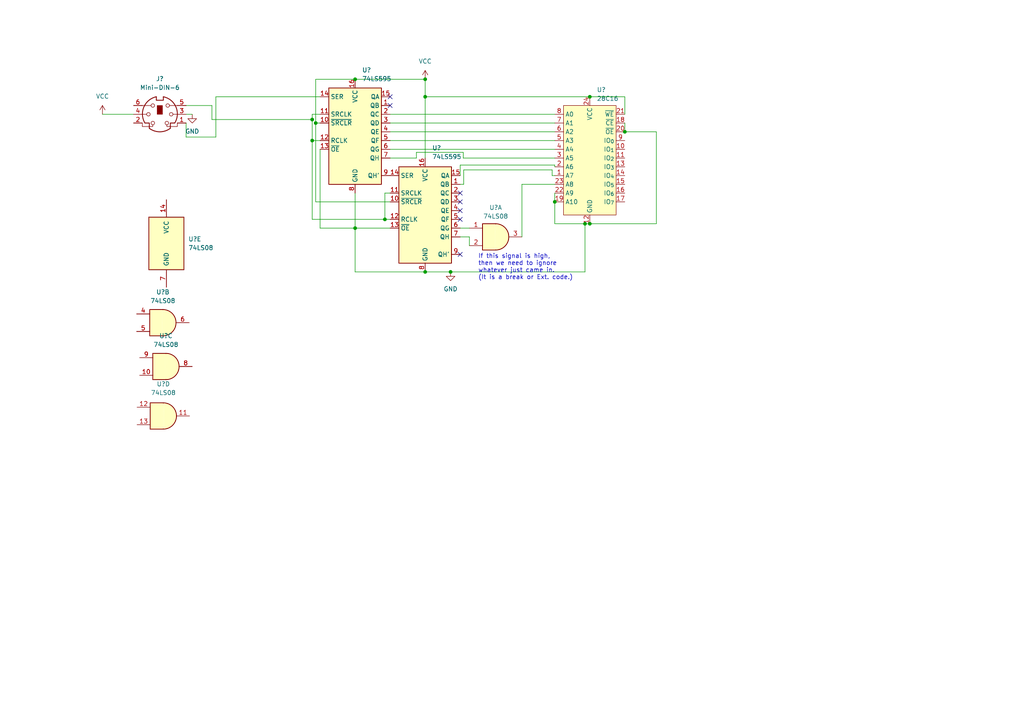
<source format=kicad_sch>
(kicad_sch (version 20211123) (generator eeschema)
  (paper "A4")
  (lib_symbols
    (symbol "74xx:74LS08" (pin_names (offset 1.016))
      (property "Reference" "U" (at 0 1.27 0))
      (property "Value" "74LS08" (at 0 -1.27 0))
      (symbol "74LS08_1_1"
        (arc (start 0 -3.81) (mid 3.81 0) (end 0 3.81) (stroke (width 0.254)) (fill (type background)))
        (polyline (pts (xy 0 3.81) (xy -3.81 3.81) (xy -3.81 -3.81) (xy 0 -3.81)) (stroke (width 0.254)) (fill (type background)))
        (pin input line (at -7.62 2.54 0) (length 3.81) (name "~") (number "1"))
        (pin input line (at -7.62 -2.54 0) (length 3.81) (name "~") (number "2"))
        (pin output line (at 7.62 0 180) (length 3.81) (name "~") (number "3"))
      )
      (symbol "74LS08_1_2"
        (arc (start -3.81 -3.81) (mid -2.589 0) (end -3.81 3.81) (stroke (width 0.254)))
        (arc (start -0.6096 -3.81) (mid 2.1855 -2.584) (end 3.81 0) (stroke (width 0.254)) (fill (type background)))
        (polyline (pts (xy -3.81 -3.81) (xy -0.635 -3.81)) (stroke (width 0.254)) (fill (type background)))
        (polyline (pts (xy -3.81 3.81) (xy -0.635 3.81)) (stroke (width 0.254)) (fill (type background)))
        (polyline (pts (xy -0.635 3.81) (xy -3.81 3.81) (xy -3.81 3.81) (xy -3.556 3.4036) (xy -3.0226 2.2606) (xy -2.6924 1.0414) (xy -2.6162 -0.254) (xy -2.7686 -1.4986) (xy -3.175 -2.7178) (xy -3.81 -3.81) (xy -3.81 -3.81) (xy -0.635 -3.81)) (stroke (width -25.4)) (fill (type background)))
        (arc (start 3.81 0) (mid 2.1928 2.5925) (end -0.6096 3.81) (stroke (width 0.254)) (fill (type background)))
        (pin input inverted (at -7.62 2.54 0) (length 4.318) (name "~") (number "1"))
        (pin input inverted (at -7.62 -2.54 0) (length 4.318) (name "~") (number "2"))
        (pin output inverted (at 7.62 0 180) (length 3.81) (name "~") (number "3"))
      )
      (symbol "74LS08_2_1"
        (arc (start 0 -3.81) (mid 3.81 0) (end 0 3.81) (stroke (width 0.254)) (fill (type background)))
        (polyline (pts (xy 0 3.81) (xy -3.81 3.81) (xy -3.81 -3.81) (xy 0 -3.81)) (stroke (width 0.254)) (fill (type background)))
        (pin input line (at -7.62 2.54 0) (length 3.81) (name "~") (number "4"))
        (pin input line (at -7.62 -2.54 0) (length 3.81) (name "~") (number "5"))
        (pin output line (at 7.62 0 180) (length 3.81) (name "~") (number "6"))
      )
      (symbol "74LS08_2_2"
        (arc (start -3.81 -3.81) (mid -2.589 0) (end -3.81 3.81) (stroke (width 0.254)))
        (arc (start -0.6096 -3.81) (mid 2.1855 -2.584) (end 3.81 0) (stroke (width 0.254)) (fill (type background)))
        (polyline (pts (xy -3.81 -3.81) (xy -0.635 -3.81)) (stroke (width 0.254)) (fill (type background)))
        (polyline (pts (xy -3.81 3.81) (xy -0.635 3.81)) (stroke (width 0.254)) (fill (type background)))
        (polyline (pts (xy -0.635 3.81) (xy -3.81 3.81) (xy -3.81 3.81) (xy -3.556 3.4036) (xy -3.0226 2.2606) (xy -2.6924 1.0414) (xy -2.6162 -0.254) (xy -2.7686 -1.4986) (xy -3.175 -2.7178) (xy -3.81 -3.81) (xy -3.81 -3.81) (xy -0.635 -3.81)) (stroke (width -25.4)) (fill (type background)))
        (arc (start 3.81 0) (mid 2.1928 2.5925) (end -0.6096 3.81) (stroke (width 0.254)) (fill (type background)))
        (pin input inverted (at -7.62 2.54 0) (length 4.318) (name "~") (number "4"))
        (pin input inverted (at -7.62 -2.54 0) (length 4.318) (name "~") (number "5"))
        (pin output inverted (at 7.62 0 180) (length 3.81) (name "~") (number "6"))
      )
      (symbol "74LS08_3_1"
        (arc (start 0 -3.81) (mid 3.81 0) (end 0 3.81) (stroke (width 0.254)) (fill (type background)))
        (polyline (pts (xy 0 3.81) (xy -3.81 3.81) (xy -3.81 -3.81) (xy 0 -3.81)) (stroke (width 0.254)) (fill (type background)))
        (pin input line (at -7.62 -2.54 0) (length 3.81) (name "~") (number "10"))
        (pin output line (at 7.62 0 180) (length 3.81) (name "~") (number "8"))
        (pin input line (at -7.62 2.54 0) (length 3.81) (name "~") (number "9"))
      )
      (symbol "74LS08_3_2"
        (arc (start -3.81 -3.81) (mid -2.589 0) (end -3.81 3.81) (stroke (width 0.254)))
        (arc (start -0.6096 -3.81) (mid 2.1855 -2.584) (end 3.81 0) (stroke (width 0.254)) (fill (type background)))
        (polyline (pts (xy -3.81 -3.81) (xy -0.635 -3.81)) (stroke (width 0.254)) (fill (type background)))
        (polyline (pts (xy -3.81 3.81) (xy -0.635 3.81)) (stroke (width 0.254)) (fill (type background)))
        (polyline (pts (xy -0.635 3.81) (xy -3.81 3.81) (xy -3.81 3.81) (xy -3.556 3.4036) (xy -3.0226 2.2606) (xy -2.6924 1.0414) (xy -2.6162 -0.254) (xy -2.7686 -1.4986) (xy -3.175 -2.7178) (xy -3.81 -3.81) (xy -3.81 -3.81) (xy -0.635 -3.81)) (stroke (width -25.4)) (fill (type background)))
        (arc (start 3.81 0) (mid 2.1928 2.5925) (end -0.6096 3.81) (stroke (width 0.254)) (fill (type background)))
        (pin input inverted (at -7.62 -2.54 0) (length 4.318) (name "~") (number "10"))
        (pin output inverted (at 7.62 0 180) (length 3.81) (name "~") (number "8"))
        (pin input inverted (at -7.62 2.54 0) (length 4.318) (name "~") (number "9"))
      )
      (symbol "74LS08_4_1"
        (arc (start 0 -3.81) (mid 3.81 0) (end 0 3.81) (stroke (width 0.254)) (fill (type background)))
        (polyline (pts (xy 0 3.81) (xy -3.81 3.81) (xy -3.81 -3.81) (xy 0 -3.81)) (stroke (width 0.254)) (fill (type background)))
        (pin output line (at 7.62 0 180) (length 3.81) (name "~") (number "11"))
        (pin input line (at -7.62 2.54 0) (length 3.81) (name "~") (number "12"))
        (pin input line (at -7.62 -2.54 0) (length 3.81) (name "~") (number "13"))
      )
      (symbol "74LS08_4_2"
        (arc (start -3.81 -3.81) (mid -2.589 0) (end -3.81 3.81) (stroke (width 0.254)))
        (arc (start -0.6096 -3.81) (mid 2.1855 -2.584) (end 3.81 0) (stroke (width 0.254)) (fill (type background)))
        (polyline (pts (xy -3.81 -3.81) (xy -0.635 -3.81)) (stroke (width 0.254)) (fill (type background)))
        (polyline (pts (xy -3.81 3.81) (xy -0.635 3.81)) (stroke (width 0.254)) (fill (type background)))
        (polyline (pts (xy -0.635 3.81) (xy -3.81 3.81) (xy -3.81 3.81) (xy -3.556 3.4036) (xy -3.0226 2.2606) (xy -2.6924 1.0414) (xy -2.6162 -0.254) (xy -2.7686 -1.4986) (xy -3.175 -2.7178) (xy -3.81 -3.81) (xy -3.81 -3.81) (xy -0.635 -3.81)) (stroke (width -25.4)) (fill (type background)))
        (arc (start 3.81 0) (mid 2.1928 2.5925) (end -0.6096 3.81) (stroke (width 0.254)) (fill (type background)))
        (pin output inverted (at 7.62 0 180) (length 3.81) (name "~") (number "11"))
        (pin input inverted (at -7.62 2.54 0) (length 4.318) (name "~") (number "12"))
        (pin input inverted (at -7.62 -2.54 0) (length 4.318) (name "~") (number "13"))
      )
      (symbol "74LS08_5_0"
        (pin power_in line (at 0 12.7 270) (length 5.08) (name "VCC") (number "14"))
        (pin power_in line (at 0 -12.7 90) (length 5.08) (name "GND") (number "7"))
      )
      (symbol "74LS08_5_1"
        (rectangle (start -5.08 7.62) (end 5.08 -7.62) (stroke (width 0.254)) (fill (type background)))
      )
    )
    (symbol "74xx:74LS595"
      (property "Reference" "U" (at -7.62 13.97 0))
      (property "Value" "74LS595" (at -7.62 -16.51 0))
      (symbol "74LS595_1_0"
        (pin tri_state line (at 10.16 7.62 180) (length 2.54) (name "QB") (number "1"))
        (pin input line (at -10.16 2.54 0) (length 2.54) (name "~{SRCLR}") (number "10"))
        (pin input line (at -10.16 5.08 0) (length 2.54) (name "SRCLK") (number "11"))
        (pin input line (at -10.16 -2.54 0) (length 2.54) (name "RCLK") (number "12"))
        (pin input line (at -10.16 -5.08 0) (length 2.54) (name "~{OE}") (number "13"))
        (pin input line (at -10.16 10.16 0) (length 2.54) (name "SER") (number "14"))
        (pin tri_state line (at 10.16 10.16 180) (length 2.54) (name "QA") (number "15"))
        (pin power_in line (at 0 15.24 270) (length 2.54) (name "VCC") (number "16"))
        (pin tri_state line (at 10.16 5.08 180) (length 2.54) (name "QC") (number "2"))
        (pin tri_state line (at 10.16 2.54 180) (length 2.54) (name "QD") (number "3"))
        (pin tri_state line (at 10.16 0 180) (length 2.54) (name "QE") (number "4"))
        (pin tri_state line (at 10.16 -2.54 180) (length 2.54) (name "QF") (number "5"))
        (pin tri_state line (at 10.16 -5.08 180) (length 2.54) (name "QG") (number "6"))
        (pin tri_state line (at 10.16 -7.62 180) (length 2.54) (name "QH") (number "7"))
        (pin power_in line (at 0 -17.78 90) (length 2.54) (name "GND") (number "8"))
        (pin output line (at 10.16 -12.7 180) (length 2.54) (name "QH'") (number "9"))
      )
      (symbol "74LS595_1_1"
        (rectangle (start -7.62 12.7) (end 7.62 -15.24) (stroke (width 0.254)) (fill (type background)))
      )
    )
    (symbol "Connector:Mini-DIN-6" (pin_names (offset 1.016))
      (property "Reference" "J" (at 0 6.35 0))
      (property "Value" "Mini-DIN-6" (at 0 -6.35 0))
      (symbol "Mini-DIN-6_0_1"
        (circle (center -3.302 0) (radius 0.508))
        (arc (start -3.048 -4.064) (mid 0 -5.08) (end 3.048 -4.064) (stroke (width 0.254)))
        (circle (center -2.032 -2.54) (radius 0.508))
        (circle (center -2.032 2.54) (radius 0.508))
        (arc (start -1.016 5.08) (mid -4.6243 2.1182) (end -4.318 -2.54) (stroke (width 0.254)))
        (rectangle (start -0.762 2.54) (end 0.762 0) (fill (type outline)))
        (polyline (pts (xy -3.81 0) (xy -5.08 0)))
        (polyline (pts (xy -2.54 2.54) (xy -5.08 2.54)))
        (polyline (pts (xy 2.794 2.54) (xy 5.08 2.54)))
        (polyline (pts (xy 5.08 0) (xy 3.81 0)))
        (polyline (pts (xy -4.318 -2.54) (xy -3.048 -2.54) (xy -3.048 -4.064)) (stroke (width 0.254)))
        (polyline (pts (xy 4.318 -2.54) (xy 3.048 -2.54) (xy 3.048 -4.064)) (stroke (width 0.254)))
        (polyline (pts (xy -2.032 -3.048) (xy -2.032 -3.556) (xy -5.08 -3.556) (xy -5.08 -2.54)))
        (polyline (pts (xy -1.016 5.08) (xy -1.016 4.064) (xy 1.016 4.064) (xy 1.016 5.08)) (stroke (width 0.254)))
        (polyline (pts (xy 2.032 -3.048) (xy 2.032 -3.556) (xy 5.08 -3.556) (xy 5.08 -2.54)))
        (circle (center 2.032 -2.54) (radius 0.508))
        (circle (center 2.286 2.54) (radius 0.508))
        (circle (center 3.302 0) (radius 0.508))
        (arc (start 4.318 -2.54) (mid 4.6646 2.1357) (end 1.016 5.08) (stroke (width 0.254)))
      )
      (symbol "Mini-DIN-6_1_1"
        (pin passive line (at 7.62 -2.54 180) (length 2.54) (name "~") (number "1"))
        (pin passive line (at -7.62 -2.54 0) (length 2.54) (name "~") (number "2"))
        (pin passive line (at 7.62 0 180) (length 2.54) (name "~") (number "3"))
        (pin passive line (at -7.62 0 0) (length 2.54) (name "~") (number "4"))
        (pin passive line (at 7.62 2.54 180) (length 2.54) (name "~") (number "5"))
        (pin passive line (at -7.62 2.54 0) (length 2.54) (name "~") (number "6"))
      )
    )
    (symbol "Memory_EPROM:28C16"
      (property "Reference" "U" (at 0 -11.43 0))
      (property "Value" "28C16" (at 0 -7.62 0))
      (symbol "28C16_0_1"
        (rectangle (start -7.62 -1.27) (end 7.62 -33.02) (fill (type background)))
      )
      (symbol "28C16_1_1"
        (pin input line (at -10.16 -21.59 0) (length 2.54) (name "A7") (number "1"))
        (pin bidirectional line (at 10.16 -13.97 180) (length 2.54) (name "IO_{1}") (number "10"))
        (pin bidirectional line (at 10.16 -16.51 180) (length 2.54) (name "IO_{2}") (number "11"))
        (pin power_in line (at 0 -35.56 90) (length 2.54) (name "GND") (number "12"))
        (pin bidirectional line (at 10.16 -19.05 180) (length 2.54) (name "IO_{3}") (number "13"))
        (pin bidirectional line (at 10.16 -21.59 180) (length 2.54) (name "IO_{4}") (number "14"))
        (pin bidirectional line (at 10.16 -24.13 180) (length 2.54) (name "IO_{5}") (number "15"))
        (pin bidirectional line (at 10.16 -26.67 180) (length 2.54) (name "IO_{6}") (number "16"))
        (pin bidirectional line (at 10.16 -29.21 180) (length 2.54) (name "IO_{7}") (number "17"))
        (pin input line (at 10.16 -6.35 180) (length 2.54) (name "~{CE}") (number "18"))
        (pin input line (at -10.16 -29.21 0) (length 2.54) (name "A10") (number "19"))
        (pin input line (at -10.16 -19.05 0) (length 2.54) (name "A6") (number "2"))
        (pin input line (at 10.16 -8.89 180) (length 2.54) (name "~{OE}") (number "20"))
        (pin input line (at 10.16 -3.81 180) (length 2.54) (name "~{WE}") (number "21"))
        (pin input line (at -10.16 -26.67 0) (length 2.54) (name "A9") (number "22"))
        (pin input line (at -10.16 -24.13 0) (length 2.54) (name "A8") (number "23"))
        (pin power_in line (at 0 1.27 270) (length 2.54) (name "VCC") (number "24"))
        (pin input line (at -10.16 -16.51 0) (length 2.54) (name "A5") (number "3"))
        (pin input line (at -10.16 -13.97 0) (length 2.54) (name "A4") (number "4"))
        (pin input line (at -10.16 -11.43 0) (length 2.54) (name "A3") (number "5"))
        (pin input line (at -10.16 -8.89 0) (length 2.54) (name "A2") (number "6"))
        (pin input line (at -10.16 -6.35 0) (length 2.54) (name "A1") (number "7"))
        (pin input line (at -10.16 -3.81 0) (length 2.54) (name "A0") (number "8"))
        (pin bidirectional line (at 10.16 -11.43 180) (length 2.54) (name "IO_{0}") (number "9"))
      )
    )
    (symbol "power:GND" (power) (pin_names (offset 0))
      (property "Value" "GND" (at 0 -3.81 0))
      (symbol "GND_0_1"
        (polyline (pts (xy 0 0) (xy 0 -1.27) (xy 1.27 -1.27) (xy 0 -2.54) (xy -1.27 -1.27) (xy 0 -1.27)))
      )
      (symbol "GND_1_1"
        (pin power_in line (at 0 0 270) (length 0) hide (name "GND") (number "1"))
      )
    )
    (symbol "power:VCC" (power) (pin_names (offset 0))
      (property "Value" "VCC" (at 0 3.81 0))
      (symbol "VCC_0_1"
        (polyline (pts (xy -0.762 1.27) (xy 0 2.54)))
        (polyline (pts (xy 0 0) (xy 0 2.54)))
        (polyline (pts (xy 0 2.54) (xy 0.762 1.27)))
      )
      (symbol "VCC_1_1"
        (pin power_in line (at 0 0 90) (length 0) hide (name "VCC") (number "1"))
      )
    )
  )
  (junction (at 123.317 78.867))
  (junction (at 160.909 58.547))
  (junction (at 90.551 40.767))
  (junction (at 123.317 28.067))
  (junction (at 123.317 22.987))
  (junction (at 171.069 28.067))
  (junction (at 171.069 64.897))
  (junction (at 130.683 78.867))
  (junction (at 102.997 22.987))
  (junction (at 181.229 38.227))
  (junction (at 169.672 64.897))
  (junction (at 91.567 35.687))
  (junction (at 111.633 63.627))
  (junction (at 102.997 66.167))
  (junction (at 90.551 34.671))
  (no_connect (at 113.157 30.607))
  (no_connect (at 113.157 28.067))
  (no_connect (at 133.477 73.787))
  (no_connect (at 133.477 56.007))
  (no_connect (at 133.477 58.547))
  (no_connect (at 133.477 61.087))
  (no_connect (at 133.477 63.627))
  (wire (pts (xy 92.837 33.147) (xy 90.551 33.147)))
  (wire (pts (xy 181.229 28.067) (xy 171.069 28.067)))
  (wire (pts (xy 111.633 63.627) (xy 111.633 56.007)))
  (wire (pts (xy 113.157 45.847) (xy 120.777 45.847)))
  (wire (pts (xy 160.909 58.547) (xy 160.909 64.897)))
  (wire (pts (xy 111.633 56.007) (xy 113.157 56.007)))
  (wire (pts (xy 61.468 34.671) (xy 90.551 34.671)))
  (wire (pts (xy 91.567 35.687) (xy 91.567 22.987)))
  (wire (pts (xy 160.147 50.927) (xy 160.147 49.276)))
  (wire (pts (xy 102.997 56.007) (xy 102.997 66.167)))
  (wire (pts (xy 134.493 49.276) (xy 134.493 53.467)))
  (wire (pts (xy 102.997 66.167) (xy 113.157 66.167)))
  (wire (pts (xy 90.551 33.147) (xy 90.551 34.671)))
  (wire (pts (xy 90.551 63.627) (xy 111.633 63.627)))
  (wire (pts (xy 160.909 64.897) (xy 169.672 64.897)))
  (wire (pts (xy 53.975 33.147) (xy 55.753 33.147)))
  (wire (pts (xy 113.157 38.227) (xy 160.909 38.227)))
  (wire (pts (xy 160.147 49.276) (xy 134.493 49.276)))
  (wire (pts (xy 53.975 35.687) (xy 53.975 39.751)))
  (wire (pts (xy 113.157 33.147) (xy 160.909 33.147)))
  (wire (pts (xy 92.837 35.687) (xy 91.567 35.687)))
  (wire (pts (xy 61.468 30.607) (xy 61.468 34.671)))
  (wire (pts (xy 92.837 66.167) (xy 102.997 66.167)))
  (wire (pts (xy 102.997 66.167) (xy 102.997 78.867)))
  (wire (pts (xy 111.633 63.627) (xy 113.157 63.627)))
  (wire (pts (xy 91.567 35.687) (xy 91.567 58.547)))
  (wire (pts (xy 134.366 45.847) (xy 160.909 45.847)))
  (wire (pts (xy 113.157 40.767) (xy 160.909 40.767)))
  (wire (pts (xy 53.975 30.607) (xy 61.468 30.607)))
  (wire (pts (xy 160.909 47.879) (xy 160.909 48.387)))
  (wire (pts (xy 90.551 40.767) (xy 90.551 63.627)))
  (wire (pts (xy 134.366 44.196) (xy 134.366 45.847)))
  (wire (pts (xy 102.997 78.867) (xy 123.317 78.867)))
  (wire (pts (xy 90.551 34.671) (xy 90.551 40.767)))
  (wire (pts (xy 190.373 38.227) (xy 190.373 64.897)))
  (wire (pts (xy 169.672 78.867) (xy 169.672 64.897)))
  (wire (pts (xy 133.477 47.879) (xy 160.909 47.879)))
  (wire (pts (xy 123.317 28.067) (xy 171.069 28.067)))
  (wire (pts (xy 133.477 50.927) (xy 133.477 47.879)))
  (wire (pts (xy 181.229 35.687) (xy 181.229 38.227)))
  (wire (pts (xy 123.317 78.867) (xy 130.683 78.867)))
  (wire (pts (xy 133.477 66.167) (xy 136.144 66.167)))
  (wire (pts (xy 123.317 22.987) (xy 123.317 28.067)))
  (wire (pts (xy 136.144 68.707) (xy 136.144 71.247)))
  (wire (pts (xy 130.683 78.867) (xy 169.672 78.867)))
  (wire (pts (xy 102.997 22.987) (xy 123.317 22.987)))
  (wire (pts (xy 90.551 40.767) (xy 92.837 40.767)))
  (wire (pts (xy 190.373 64.897) (xy 171.069 64.897)))
  (wire (pts (xy 29.718 33.147) (xy 38.735 33.147)))
  (wire (pts (xy 53.975 39.751) (xy 62.611 39.751)))
  (wire (pts (xy 181.229 33.147) (xy 181.229 28.067)))
  (wire (pts (xy 120.777 45.847) (xy 120.777 44.196)))
  (wire (pts (xy 160.909 56.007) (xy 160.909 58.547)))
  (wire (pts (xy 113.157 35.687) (xy 160.909 35.687)))
  (wire (pts (xy 160.909 50.927) (xy 160.147 50.927)))
  (wire (pts (xy 133.477 68.707) (xy 136.144 68.707)))
  (wire (pts (xy 113.157 43.307) (xy 160.909 43.307)))
  (wire (pts (xy 120.777 44.196) (xy 134.366 44.196)))
  (wire (pts (xy 134.493 53.467) (xy 133.477 53.467)))
  (wire (pts (xy 92.837 43.307) (xy 92.837 66.167)))
  (wire (pts (xy 151.384 53.467) (xy 160.909 53.467)))
  (wire (pts (xy 169.672 64.897) (xy 171.069 64.897)))
  (wire (pts (xy 62.611 28.067) (xy 92.837 28.067)))
  (wire (pts (xy 151.384 68.707) (xy 151.384 53.467)))
  (wire (pts (xy 181.229 38.227) (xy 190.373 38.227)))
  (wire (pts (xy 91.567 58.547) (xy 113.157 58.547)))
  (wire (pts (xy 62.611 28.067) (xy 62.611 39.751)))
  (wire (pts (xy 123.317 45.847) (xy 123.317 28.067)))
  (wire (pts (xy 91.567 22.987) (xy 102.997 22.987)))
  (text "If this signal is high, \nthen we need to ignore \nwhatever just came in. \n(It is a break or Ext. code.)" (at 138.684 81.28 0) (effects (font (size 1.27 1.27)) (justify left bottom)))
  (symbol (lib_id "74xx:74LS595") (at 123.317 61.087 0) (unit 1)
    (property "Reference" "U?" (at 125.3364 42.926 0) (effects (justify left)))
    (property "Value" "74LS595" (at 125.3364 45.466 0) (effects (justify left)))
    (property "Datasheet" "http://www.ti.com/lit/gpn/sn74ls595" (effects hide))
  )
  (symbol (lib_id "Connector:Mini-DIN-6") (at 46.355 33.147 0) (unit 1)
    (property "Reference" "J?" (at 46.3727 22.86 0))
    (property "Value" "Mini-DIN-6" (at 46.3727 25.4 0))
    (property "Datasheet" "http://service.powerdynamics.com/ec/Catalog17/Section%2011.pdf" (effects hide))
  )
  (symbol (lib_id "74xx:74LS08") (at 47.244 93.599 0) (unit 2)
    (property "Reference" "U?" (at 47.244 84.709 0))
    (property "Value" "74LS08" (at 47.244 87.249 0))
    (property "Datasheet" "http://www.ti.com/lit/gpn/sn74LS08" (effects hide))
  )
  (symbol (lib_id "Memory_EPROM:28C16") (at 171.069 29.337 0) (unit 1)
    (property "Reference" "U?" (at 173.0884 26.035 0) (effects (justify left)))
    (property "Value" "28C16" (at 173.0884 28.575 0) (effects (justify left)))
  )
  (symbol (lib_id "74xx:74LS08") (at 48.133 106.299 0) (unit 3)
    (property "Reference" "U?" (at 48.133 97.409 0))
    (property "Value" "74LS08" (at 48.133 99.949 0))
    (property "Datasheet" "http://www.ti.com/lit/gpn/sn74LS08" (effects hide))
  )
  (symbol (lib_id "power:GND") (at 130.683 78.867 0) (unit 1)
    (property "Reference" "#PWR?" (effects hide))
    (property "Value" "GND" (at 130.683 83.82 0))
  )
  (symbol (lib_id "power:GND") (at 55.753 33.147 0) (unit 1)
    (property "Reference" "#PWR?" (effects hide))
    (property "Value" "GND" (at 55.753 38.1 0))
  )
  (symbol (lib_id "74xx:74LS08") (at 47.371 120.65 0) (unit 4)
    (property "Reference" "U?" (at 47.371 111.379 0))
    (property "Value" "74LS08" (at 47.371 113.919 0))
    (property "Datasheet" "http://www.ti.com/lit/gpn/sn74LS08" (effects hide))
  )
  (symbol (lib_id "power:VCC") (at 123.317 22.987 0) (unit 1)
    (property "Reference" "#PWR?" (effects hide))
    (property "Value" "VCC" (at 123.317 17.78 0))
  )
  (symbol (lib_id "74xx:74LS08") (at 48.26 70.612 0) (unit 5)
    (property "Reference" "U?" (at 54.61 69.3419 0) (effects (justify left)))
    (property "Value" "74LS08" (at 54.61 71.8819 0) (effects (justify left)))
    (property "Datasheet" "http://www.ti.com/lit/gpn/sn74LS08" (effects hide))
  )
  (symbol (lib_id "74xx:74LS595") (at 102.997 38.227 0) (unit 1)
    (property "Reference" "U?" (at 105.0164 20.32 0) (effects (justify left)))
    (property "Value" "74LS595" (at 105.0164 22.86 0) (effects (justify left)))
    (property "Datasheet" "http://www.ti.com/lit/gpn/sn74ls595" (effects hide))
  )
  (symbol (lib_id "74xx:74LS08") (at 143.764 68.707 0) (unit 1)
    (property "Reference" "U?" (at 143.764 60.198 0))
    (property "Value" "74LS08" (at 143.764 62.738 0))
    (property "Datasheet" "http://www.ti.com/lit/gpn/sn74LS08" (effects hide))
  )
  (symbol (lib_id "power:VCC") (at 29.718 33.147 0) (unit 1)
    (property "Reference" "#PWR?" (effects hide))
    (property "Value" "VCC" (at 29.718 27.94 0))
  )
)
</source>
